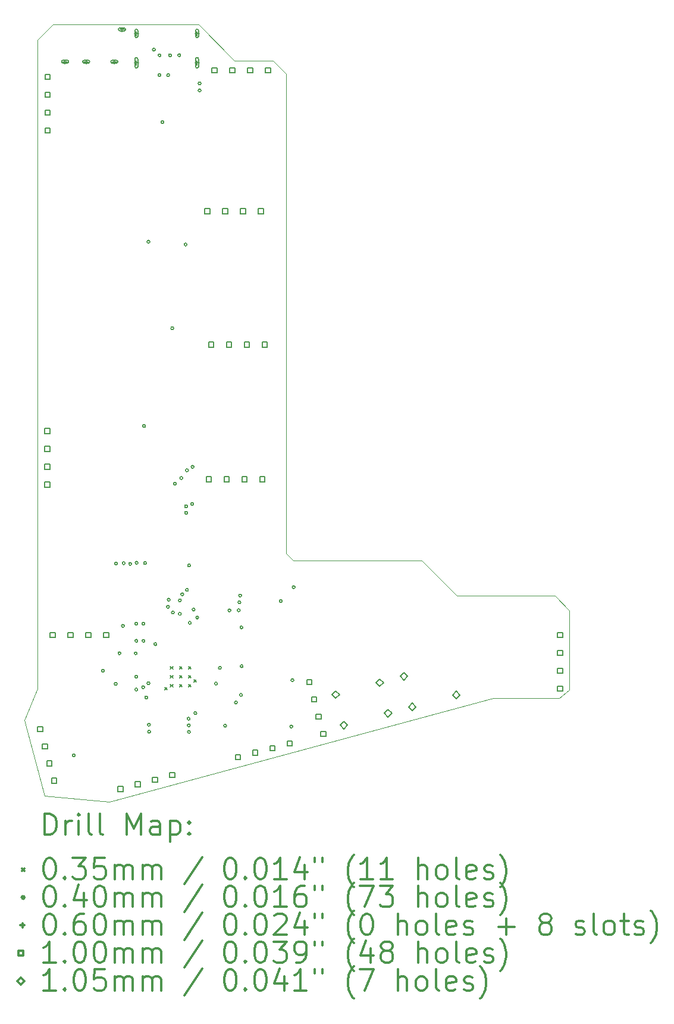
<source format=gbr>
%FSLAX45Y45*%
G04 Gerber Fmt 4.5, Leading zero omitted, Abs format (unit mm)*
G04 Created by KiCad (PCBNEW (5.1.4)-1) date 2023-09-09 05:33:11*
%MOMM*%
%LPD*%
G04 APERTURE LIST*
%ADD10C,0.050000*%
%ADD11C,0.200000*%
%ADD12C,0.300000*%
G04 APERTURE END LIST*
D10*
X18940000Y-43950000D02*
X19040000Y-44050000D01*
X22770000Y-44550000D02*
X22971202Y-44760000D01*
X18941203Y-37356032D02*
X18941203Y-37136032D01*
X15402324Y-37476494D02*
X15402324Y-37256494D01*
X20870000Y-44050000D02*
X19040000Y-44050000D01*
X18207000Y-36947500D02*
X17695000Y-36435000D01*
X22770000Y-44550000D02*
X21370000Y-44550000D01*
X15402324Y-37256494D02*
X15402190Y-36650639D01*
X20870000Y-44050000D02*
X21370000Y-44550000D01*
X18752500Y-36947500D02*
X18207000Y-36947500D01*
X18752500Y-36947500D02*
X18941203Y-37136032D01*
X18941203Y-39261032D02*
X18940000Y-43950000D01*
X22971202Y-44760000D02*
X22971202Y-45891032D01*
X21911203Y-46011032D02*
X21891203Y-46011032D01*
X22971202Y-45891032D02*
X22831202Y-46011032D01*
X21911203Y-46011032D02*
X22831202Y-46011032D01*
X17695000Y-36435000D02*
X15621203Y-36436032D01*
X18941203Y-39261032D02*
X18941203Y-37356032D01*
X21891203Y-46011032D02*
X16430391Y-47480918D01*
X15402324Y-37476494D02*
X15402324Y-39381494D01*
X15400249Y-45873435D02*
X15401485Y-45141609D01*
X15401485Y-45141609D02*
X15400903Y-45039647D01*
X15508251Y-47394663D02*
X16430391Y-47480918D01*
X15508251Y-47394663D02*
X15220438Y-46318483D01*
X15399750Y-43338677D02*
X15400903Y-45039647D01*
X15402324Y-39381494D02*
X15399750Y-43338677D01*
X15402190Y-36650639D02*
X15621203Y-36436032D01*
X15400249Y-45873435D02*
X15220438Y-46318483D01*
D11*
X17211500Y-45857500D02*
X17246500Y-45892500D01*
X17246500Y-45857500D02*
X17211500Y-45892500D01*
X17626500Y-45742500D02*
X17661500Y-45777500D01*
X17661500Y-45742500D02*
X17626500Y-45777500D01*
X17295000Y-45555000D02*
X17330000Y-45590000D01*
X17330000Y-45555000D02*
X17295000Y-45590000D01*
X17295000Y-45682500D02*
X17330000Y-45717500D01*
X17330000Y-45682500D02*
X17295000Y-45717500D01*
X17295000Y-45810000D02*
X17330000Y-45845000D01*
X17330000Y-45810000D02*
X17295000Y-45845000D01*
X17422500Y-45555000D02*
X17457500Y-45590000D01*
X17457500Y-45555000D02*
X17422500Y-45590000D01*
X17422500Y-45682500D02*
X17457500Y-45717500D01*
X17457500Y-45682500D02*
X17422500Y-45717500D01*
X17422500Y-45810000D02*
X17457500Y-45845000D01*
X17457500Y-45810000D02*
X17422500Y-45845000D01*
X17550000Y-45555000D02*
X17585000Y-45590000D01*
X17585000Y-45555000D02*
X17550000Y-45590000D01*
X17550000Y-45682500D02*
X17585000Y-45717500D01*
X17585000Y-45682500D02*
X17550000Y-45717500D01*
X17550000Y-45810000D02*
X17585000Y-45845000D01*
X17585000Y-45810000D02*
X17550000Y-45845000D01*
X15938000Y-46821000D02*
G75*
G03X15938000Y-46821000I-20000J0D01*
G01*
X16355000Y-45617000D02*
G75*
G03X16355000Y-45617000I-20000J0D01*
G01*
X16537000Y-45804000D02*
G75*
G03X16537000Y-45804000I-20000J0D01*
G01*
X16540000Y-44095402D02*
G75*
G03X16540000Y-44095402I-20000J0D01*
G01*
X16590000Y-45370000D02*
G75*
G03X16590000Y-45370000I-20000J0D01*
G01*
X16640000Y-44980000D02*
G75*
G03X16640000Y-44980000I-20000J0D01*
G01*
X16650445Y-44089673D02*
G75*
G03X16650445Y-44089673I-20000J0D01*
G01*
X16742581Y-44099895D02*
G75*
G03X16742581Y-44099895I-20000J0D01*
G01*
X16820000Y-45370000D02*
G75*
G03X16820000Y-45370000I-20000J0D01*
G01*
X16827299Y-44950001D02*
G75*
G03X16827299Y-44950001I-20000J0D01*
G01*
X16829000Y-45702700D02*
G75*
G03X16829000Y-45702700I-20000J0D01*
G01*
X16829000Y-45885000D02*
G75*
G03X16829000Y-45885000I-20000J0D01*
G01*
X16830000Y-45192300D02*
G75*
G03X16830000Y-45192300I-20000J0D01*
G01*
X16833857Y-44083699D02*
G75*
G03X16833857Y-44083699I-20000J0D01*
G01*
X16928000Y-45853000D02*
G75*
G03X16928000Y-45853000I-20000J0D01*
G01*
X16930000Y-44950001D02*
G75*
G03X16930000Y-44950001I-20000J0D01*
G01*
X16930000Y-45192300D02*
G75*
G03X16930000Y-45192300I-20000J0D01*
G01*
X16939600Y-42140000D02*
G75*
G03X16939600Y-42140000I-20000J0D01*
G01*
X16953570Y-44086201D02*
G75*
G03X16953570Y-44086201I-20000J0D01*
G01*
X16971000Y-45998000D02*
G75*
G03X16971000Y-45998000I-20000J0D01*
G01*
X17002300Y-39520000D02*
G75*
G03X17002300Y-39520000I-20000J0D01*
G01*
X17002404Y-45796705D02*
G75*
G03X17002404Y-45796705I-20000J0D01*
G01*
X17009000Y-46385000D02*
G75*
G03X17009000Y-46385000I-20000J0D01*
G01*
X17012000Y-46485000D02*
G75*
G03X17012000Y-46485000I-20000J0D01*
G01*
X17080000Y-36790000D02*
G75*
G03X17080000Y-36790000I-20000J0D01*
G01*
X17100000Y-45240000D02*
G75*
G03X17100000Y-45240000I-20000J0D01*
G01*
X17160000Y-36870000D02*
G75*
G03X17160000Y-36870000I-20000J0D01*
G01*
X17160000Y-37152299D02*
G75*
G03X17160000Y-37152299I-20000J0D01*
G01*
X17200000Y-37820000D02*
G75*
G03X17200000Y-37820000I-20000J0D01*
G01*
X17280000Y-44710000D02*
G75*
G03X17280000Y-44710000I-20000J0D01*
G01*
X17282701Y-37152299D02*
G75*
G03X17282701Y-37152299I-20000J0D01*
G01*
X17291189Y-44608706D02*
G75*
G03X17291189Y-44608706I-20000J0D01*
G01*
X17309999Y-36870000D02*
G75*
G03X17309999Y-36870000I-20000J0D01*
G01*
X17341897Y-40750000D02*
G75*
G03X17341897Y-40750000I-20000J0D01*
G01*
X17350000Y-44790000D02*
G75*
G03X17350000Y-44790000I-20000J0D01*
G01*
X17380000Y-42960000D02*
G75*
G03X17380000Y-42960000I-20000J0D01*
G01*
X17440000Y-36870000D02*
G75*
G03X17440000Y-36870000I-20000J0D01*
G01*
X17449291Y-44618576D02*
G75*
G03X17449291Y-44618576I-20000J0D01*
G01*
X17450000Y-44809379D02*
G75*
G03X17450000Y-44809379I-20000J0D01*
G01*
X17470000Y-42880000D02*
G75*
G03X17470000Y-42880000I-20000J0D01*
G01*
X17482211Y-44531917D02*
G75*
G03X17482211Y-44531917I-20000J0D01*
G01*
X17530000Y-39560000D02*
G75*
G03X17530000Y-39560000I-20000J0D01*
G01*
X17537815Y-43281598D02*
G75*
G03X17537815Y-43281598I-20000J0D01*
G01*
X17537815Y-43374299D02*
G75*
G03X17537815Y-43374299I-20000J0D01*
G01*
X17550000Y-42770000D02*
G75*
G03X17550000Y-42770000I-20000J0D01*
G01*
X17550051Y-44468740D02*
G75*
G03X17550051Y-44468740I-20000J0D01*
G01*
X17573000Y-46301000D02*
G75*
G03X17573000Y-46301000I-20000J0D01*
G01*
X17576054Y-46393650D02*
G75*
G03X17576054Y-46393650I-20000J0D01*
G01*
X17578244Y-46486324D02*
G75*
G03X17578244Y-46486324I-20000J0D01*
G01*
X17580000Y-44120000D02*
G75*
G03X17580000Y-44120000I-20000J0D01*
G01*
X17591000Y-44937996D02*
G75*
G03X17591000Y-44937996I-20000J0D01*
G01*
X17623972Y-43247386D02*
G75*
G03X17623972Y-43247386I-20000J0D01*
G01*
X17630000Y-42720000D02*
G75*
G03X17630000Y-42720000I-20000J0D01*
G01*
X17644800Y-44748908D02*
G75*
G03X17644800Y-44748908I-20000J0D01*
G01*
X17669590Y-46220121D02*
G75*
G03X17669590Y-46220121I-20000J0D01*
G01*
X17696000Y-44861000D02*
G75*
G03X17696000Y-44861000I-20000J0D01*
G01*
X17730000Y-37270000D02*
G75*
G03X17730000Y-37270000I-20000J0D01*
G01*
X17730000Y-37370000D02*
G75*
G03X17730000Y-37370000I-20000J0D01*
G01*
X17963000Y-45801000D02*
G75*
G03X17963000Y-45801000I-20000J0D01*
G01*
X18019164Y-45577300D02*
G75*
G03X18019164Y-45577300I-20000J0D01*
G01*
X18094000Y-46400000D02*
G75*
G03X18094000Y-46400000I-20000J0D01*
G01*
X18155000Y-44760000D02*
G75*
G03X18155000Y-44760000I-20000J0D01*
G01*
X18247000Y-46071000D02*
G75*
G03X18247000Y-46071000I-20000J0D01*
G01*
X18287701Y-44758694D02*
G75*
G03X18287701Y-44758694I-20000J0D01*
G01*
X18296000Y-44645701D02*
G75*
G03X18296000Y-44645701I-20000J0D01*
G01*
X18307701Y-44549604D02*
G75*
G03X18307701Y-44549604I-20000J0D01*
G01*
X18319000Y-45962000D02*
G75*
G03X18319000Y-45962000I-20000J0D01*
G01*
X18326000Y-45003000D02*
G75*
G03X18326000Y-45003000I-20000J0D01*
G01*
X18328000Y-45553000D02*
G75*
G03X18328000Y-45553000I-20000J0D01*
G01*
X18886057Y-44629943D02*
G75*
G03X18886057Y-44629943I-20000J0D01*
G01*
X19036000Y-46412000D02*
G75*
G03X19036000Y-46412000I-20000J0D01*
G01*
X19050804Y-45752000D02*
G75*
G03X19050804Y-45752000I-20000J0D01*
G01*
X19070000Y-44430000D02*
G75*
G03X19070000Y-44430000I-20000J0D01*
G01*
X16810000Y-36530000D02*
X16810000Y-36590000D01*
X16780000Y-36560000D02*
X16840000Y-36560000D01*
X16790000Y-36520000D02*
X16790000Y-36600000D01*
X16830000Y-36520000D02*
X16830000Y-36600000D01*
X16790000Y-36600000D02*
G75*
G03X16830000Y-36600000I20000J0D01*
G01*
X16830000Y-36520000D02*
G75*
G03X16790000Y-36520000I-20000J0D01*
G01*
X16810000Y-36947000D02*
X16810000Y-37007000D01*
X16780000Y-36977000D02*
X16840000Y-36977000D01*
X16790000Y-36922000D02*
X16790000Y-37032000D01*
X16830000Y-36922000D02*
X16830000Y-37032000D01*
X16790000Y-37032000D02*
G75*
G03X16830000Y-37032000I20000J0D01*
G01*
X16830000Y-36922000D02*
G75*
G03X16790000Y-36922000I-20000J0D01*
G01*
X17674000Y-36530000D02*
X17674000Y-36590000D01*
X17644000Y-36560000D02*
X17704000Y-36560000D01*
X17654000Y-36520000D02*
X17654000Y-36600000D01*
X17694000Y-36520000D02*
X17694000Y-36600000D01*
X17654000Y-36600000D02*
G75*
G03X17694000Y-36600000I20000J0D01*
G01*
X17694000Y-36520000D02*
G75*
G03X17654000Y-36520000I-20000J0D01*
G01*
X17674000Y-36947000D02*
X17674000Y-37007000D01*
X17644000Y-36977000D02*
X17704000Y-36977000D01*
X17654000Y-36922000D02*
X17654000Y-37032000D01*
X17694000Y-36922000D02*
X17694000Y-37032000D01*
X17654000Y-37032000D02*
G75*
G03X17694000Y-37032000I20000J0D01*
G01*
X17694000Y-36922000D02*
G75*
G03X17654000Y-36922000I-20000J0D01*
G01*
X15796000Y-36932000D02*
X15796000Y-36992000D01*
X15766000Y-36962000D02*
X15826000Y-36962000D01*
X15766000Y-36982000D02*
X15826000Y-36982000D01*
X15766000Y-36942000D02*
X15826000Y-36942000D01*
X15826000Y-36982000D02*
G75*
G03X15826000Y-36942000I0J20000D01*
G01*
X15766000Y-36942000D02*
G75*
G03X15766000Y-36982000I0J-20000D01*
G01*
X16096000Y-36932000D02*
X16096000Y-36992000D01*
X16066000Y-36962000D02*
X16126000Y-36962000D01*
X16066000Y-36982000D02*
X16126000Y-36982000D01*
X16066000Y-36942000D02*
X16126000Y-36942000D01*
X16126000Y-36982000D02*
G75*
G03X16126000Y-36942000I0J20000D01*
G01*
X16066000Y-36942000D02*
G75*
G03X16066000Y-36982000I0J-20000D01*
G01*
X16496000Y-36932000D02*
X16496000Y-36992000D01*
X16466000Y-36962000D02*
X16526000Y-36962000D01*
X16466000Y-36982000D02*
X16526000Y-36982000D01*
X16466000Y-36942000D02*
X16526000Y-36942000D01*
X16526000Y-36982000D02*
G75*
G03X16526000Y-36942000I0J20000D01*
G01*
X16466000Y-36942000D02*
G75*
G03X16466000Y-36982000I0J-20000D01*
G01*
X16606000Y-36472000D02*
X16606000Y-36532000D01*
X16576000Y-36502000D02*
X16636000Y-36502000D01*
X16576000Y-36522000D02*
X16636000Y-36522000D01*
X16576000Y-36482000D02*
X16636000Y-36482000D01*
X16636000Y-36522000D02*
G75*
G03X16636000Y-36482000I0J20000D01*
G01*
X16576000Y-36482000D02*
G75*
G03X16576000Y-36522000I0J-20000D01*
G01*
X19307998Y-45816146D02*
X19307998Y-45745435D01*
X19237287Y-45745435D01*
X19237287Y-45816146D01*
X19307998Y-45816146D01*
X19373738Y-46061491D02*
X19373738Y-45990780D01*
X19303027Y-45990780D01*
X19303027Y-46061491D01*
X19373738Y-46061491D01*
X19439478Y-46306836D02*
X19439478Y-46236125D01*
X19368767Y-46236125D01*
X19368767Y-46306836D01*
X19439478Y-46306836D01*
X19505218Y-46552181D02*
X19505218Y-46481470D01*
X19434507Y-46481470D01*
X19434507Y-46552181D01*
X19505218Y-46552181D01*
X15581228Y-37211435D02*
X15581228Y-37140724D01*
X15510517Y-37140724D01*
X15510517Y-37211435D01*
X15581228Y-37211435D01*
X15581228Y-37465435D02*
X15581228Y-37394724D01*
X15510517Y-37394724D01*
X15510517Y-37465435D01*
X15581228Y-37465435D01*
X15581228Y-37719435D02*
X15581228Y-37648724D01*
X15510517Y-37648724D01*
X15510517Y-37719435D01*
X15581228Y-37719435D01*
X15581228Y-37973435D02*
X15581228Y-37902724D01*
X15510517Y-37902724D01*
X15510517Y-37973435D01*
X15581228Y-37973435D01*
X22876558Y-45146388D02*
X22876558Y-45075676D01*
X22805847Y-45075676D01*
X22805847Y-45146388D01*
X22876558Y-45146388D01*
X22876558Y-45400388D02*
X22876558Y-45329676D01*
X22805847Y-45329676D01*
X22805847Y-45400388D01*
X22876558Y-45400388D01*
X22876558Y-45654388D02*
X22876558Y-45583676D01*
X22805847Y-45583676D01*
X22805847Y-45654388D01*
X22876558Y-45654388D01*
X22876558Y-45908388D02*
X22876558Y-45837676D01*
X22805847Y-45837676D01*
X22805847Y-45908388D01*
X22876558Y-45908388D01*
X17956356Y-37121356D02*
X17956356Y-37050644D01*
X17885644Y-37050644D01*
X17885644Y-37121356D01*
X17956356Y-37121356D01*
X18210356Y-37121356D02*
X18210356Y-37050644D01*
X18139644Y-37050644D01*
X18139644Y-37121356D01*
X18210356Y-37121356D01*
X18464356Y-37121356D02*
X18464356Y-37050644D01*
X18393644Y-37050644D01*
X18393644Y-37121356D01*
X18464356Y-37121356D01*
X18718356Y-37121356D02*
X18718356Y-37050644D01*
X18647644Y-37050644D01*
X18647644Y-37121356D01*
X18718356Y-37121356D01*
X15654948Y-45143853D02*
X15654948Y-45073141D01*
X15584236Y-45073141D01*
X15584236Y-45143853D01*
X15654948Y-45143853D01*
X15908948Y-45143853D02*
X15908948Y-45073141D01*
X15838236Y-45073141D01*
X15838236Y-45143853D01*
X15908948Y-45143853D01*
X16162948Y-45143853D02*
X16162948Y-45073141D01*
X16092236Y-45073141D01*
X16092236Y-45143853D01*
X16162948Y-45143853D01*
X16416948Y-45143853D02*
X16416948Y-45073141D01*
X16346236Y-45073141D01*
X16346236Y-45143853D01*
X16416948Y-45143853D01*
X17879028Y-42931140D02*
X17879028Y-42860429D01*
X17808317Y-42860429D01*
X17808317Y-42931140D01*
X17879028Y-42931140D01*
X18133028Y-42931140D02*
X18133028Y-42860429D01*
X18062317Y-42860429D01*
X18062317Y-42931140D01*
X18133028Y-42931140D01*
X18387028Y-42931140D02*
X18387028Y-42860429D01*
X18316317Y-42860429D01*
X18316317Y-42931140D01*
X18387028Y-42931140D01*
X18641028Y-42931140D02*
X18641028Y-42860429D01*
X18570317Y-42860429D01*
X18570317Y-42931140D01*
X18641028Y-42931140D01*
X17909257Y-41019557D02*
X17909257Y-40948845D01*
X17838546Y-40948845D01*
X17838546Y-41019557D01*
X17909257Y-41019557D01*
X18163257Y-41019557D02*
X18163257Y-40948845D01*
X18092546Y-40948845D01*
X18092546Y-41019557D01*
X18163257Y-41019557D01*
X18417257Y-41019557D02*
X18417257Y-40948845D01*
X18346546Y-40948845D01*
X18346546Y-41019557D01*
X18417257Y-41019557D01*
X18671257Y-41019557D02*
X18671257Y-40948845D01*
X18600546Y-40948845D01*
X18600546Y-41019557D01*
X18671257Y-41019557D01*
X18290523Y-46883608D02*
X18290523Y-46812897D01*
X18219811Y-46812897D01*
X18219811Y-46883608D01*
X18290523Y-46883608D01*
X18535868Y-46817868D02*
X18535868Y-46747157D01*
X18465156Y-46747157D01*
X18465156Y-46817868D01*
X18535868Y-46817868D01*
X18781213Y-46752128D02*
X18781213Y-46681417D01*
X18710502Y-46681417D01*
X18710502Y-46752128D01*
X18781213Y-46752128D01*
X19026558Y-46686388D02*
X19026558Y-46615677D01*
X18955847Y-46615677D01*
X18955847Y-46686388D01*
X19026558Y-46686388D01*
X15477249Y-46480818D02*
X15477249Y-46410107D01*
X15406537Y-46410107D01*
X15406537Y-46480818D01*
X15477249Y-46480818D01*
X15542989Y-46726163D02*
X15542989Y-46655452D01*
X15472277Y-46655452D01*
X15472277Y-46726163D01*
X15542989Y-46726163D01*
X15608729Y-46971508D02*
X15608729Y-46900797D01*
X15538017Y-46900797D01*
X15538017Y-46971508D01*
X15608729Y-46971508D01*
X15674469Y-47216853D02*
X15674469Y-47146142D01*
X15603757Y-47146142D01*
X15603757Y-47216853D01*
X15674469Y-47216853D01*
X17856558Y-39121388D02*
X17856558Y-39050677D01*
X17785847Y-39050677D01*
X17785847Y-39121388D01*
X17856558Y-39121388D01*
X18110558Y-39121388D02*
X18110558Y-39050677D01*
X18039847Y-39050677D01*
X18039847Y-39121388D01*
X18110558Y-39121388D01*
X18364558Y-39121388D02*
X18364558Y-39050677D01*
X18293847Y-39050677D01*
X18293847Y-39121388D01*
X18364558Y-39121388D01*
X18618558Y-39121388D02*
X18618558Y-39050677D01*
X18547847Y-39050677D01*
X18547847Y-39121388D01*
X18618558Y-39121388D01*
X16620523Y-47333608D02*
X16620523Y-47262897D01*
X16549811Y-47262897D01*
X16549811Y-47333608D01*
X16620523Y-47333608D01*
X16865868Y-47267868D02*
X16865868Y-47197157D01*
X16795157Y-47197157D01*
X16795157Y-47267868D01*
X16865868Y-47267868D01*
X17111213Y-47202128D02*
X17111213Y-47131416D01*
X17040502Y-47131416D01*
X17040502Y-47202128D01*
X17111213Y-47202128D01*
X17356558Y-47136388D02*
X17356558Y-47065676D01*
X17285847Y-47065676D01*
X17285847Y-47136388D01*
X17356558Y-47136388D01*
X15576558Y-42246384D02*
X15576558Y-42175672D01*
X15505846Y-42175672D01*
X15505846Y-42246384D01*
X15576558Y-42246384D01*
X15576558Y-42500384D02*
X15576558Y-42429672D01*
X15505846Y-42429672D01*
X15505846Y-42500384D01*
X15576558Y-42500384D01*
X15576558Y-42754384D02*
X15576558Y-42683672D01*
X15505846Y-42683672D01*
X15505846Y-42754384D01*
X15576558Y-42754384D01*
X15576558Y-43008384D02*
X15576558Y-42937672D01*
X15505846Y-42937672D01*
X15505846Y-43008384D01*
X15576558Y-43008384D01*
X19647608Y-46009933D02*
X19700108Y-45957433D01*
X19647608Y-45904933D01*
X19595108Y-45957433D01*
X19647608Y-46009933D01*
X19764835Y-46444395D02*
X19817335Y-46391895D01*
X19764835Y-46339395D01*
X19712335Y-46391895D01*
X19764835Y-46444395D01*
X20275165Y-45840605D02*
X20327665Y-45788105D01*
X20275165Y-45735605D01*
X20222665Y-45788105D01*
X20275165Y-45840605D01*
X20392392Y-46275067D02*
X20444892Y-46222567D01*
X20392392Y-46170067D01*
X20339892Y-46222567D01*
X20392392Y-46275067D01*
X20617608Y-45749933D02*
X20670108Y-45697433D01*
X20617608Y-45644933D01*
X20565108Y-45697433D01*
X20617608Y-45749933D01*
X20734835Y-46184395D02*
X20787335Y-46131895D01*
X20734835Y-46079395D01*
X20682335Y-46131895D01*
X20734835Y-46184395D01*
X21362392Y-46015067D02*
X21414892Y-45962567D01*
X21362392Y-45910067D01*
X21309892Y-45962567D01*
X21362392Y-46015067D01*
D12*
X15504366Y-47949133D02*
X15504366Y-47649133D01*
X15575795Y-47649133D01*
X15618652Y-47663419D01*
X15647223Y-47691990D01*
X15661509Y-47720561D01*
X15675795Y-47777704D01*
X15675795Y-47820561D01*
X15661509Y-47877704D01*
X15647223Y-47906276D01*
X15618652Y-47934847D01*
X15575795Y-47949133D01*
X15504366Y-47949133D01*
X15804366Y-47949133D02*
X15804366Y-47749133D01*
X15804366Y-47806276D02*
X15818652Y-47777704D01*
X15832938Y-47763419D01*
X15861509Y-47749133D01*
X15890080Y-47749133D01*
X15990080Y-47949133D02*
X15990080Y-47749133D01*
X15990080Y-47649133D02*
X15975795Y-47663419D01*
X15990080Y-47677704D01*
X16004366Y-47663419D01*
X15990080Y-47649133D01*
X15990080Y-47677704D01*
X16175795Y-47949133D02*
X16147223Y-47934847D01*
X16132938Y-47906276D01*
X16132938Y-47649133D01*
X16332938Y-47949133D02*
X16304366Y-47934847D01*
X16290080Y-47906276D01*
X16290080Y-47649133D01*
X16675795Y-47949133D02*
X16675795Y-47649133D01*
X16775795Y-47863419D01*
X16875795Y-47649133D01*
X16875795Y-47949133D01*
X17147223Y-47949133D02*
X17147223Y-47791990D01*
X17132938Y-47763419D01*
X17104366Y-47749133D01*
X17047223Y-47749133D01*
X17018652Y-47763419D01*
X17147223Y-47934847D02*
X17118652Y-47949133D01*
X17047223Y-47949133D01*
X17018652Y-47934847D01*
X17004366Y-47906276D01*
X17004366Y-47877704D01*
X17018652Y-47849133D01*
X17047223Y-47834847D01*
X17118652Y-47834847D01*
X17147223Y-47820561D01*
X17290081Y-47749133D02*
X17290081Y-48049133D01*
X17290081Y-47763419D02*
X17318652Y-47749133D01*
X17375795Y-47749133D01*
X17404366Y-47763419D01*
X17418652Y-47777704D01*
X17432938Y-47806276D01*
X17432938Y-47891990D01*
X17418652Y-47920561D01*
X17404366Y-47934847D01*
X17375795Y-47949133D01*
X17318652Y-47949133D01*
X17290081Y-47934847D01*
X17561509Y-47920561D02*
X17575795Y-47934847D01*
X17561509Y-47949133D01*
X17547223Y-47934847D01*
X17561509Y-47920561D01*
X17561509Y-47949133D01*
X17561509Y-47763419D02*
X17575795Y-47777704D01*
X17561509Y-47791990D01*
X17547223Y-47777704D01*
X17561509Y-47763419D01*
X17561509Y-47791990D01*
X15182938Y-48425919D02*
X15217938Y-48460919D01*
X15217938Y-48425919D02*
X15182938Y-48460919D01*
X15561509Y-48279133D02*
X15590080Y-48279133D01*
X15618652Y-48293419D01*
X15632938Y-48307704D01*
X15647223Y-48336276D01*
X15661509Y-48393419D01*
X15661509Y-48464847D01*
X15647223Y-48521990D01*
X15632938Y-48550561D01*
X15618652Y-48564847D01*
X15590080Y-48579133D01*
X15561509Y-48579133D01*
X15532938Y-48564847D01*
X15518652Y-48550561D01*
X15504366Y-48521990D01*
X15490080Y-48464847D01*
X15490080Y-48393419D01*
X15504366Y-48336276D01*
X15518652Y-48307704D01*
X15532938Y-48293419D01*
X15561509Y-48279133D01*
X15790080Y-48550561D02*
X15804366Y-48564847D01*
X15790080Y-48579133D01*
X15775795Y-48564847D01*
X15790080Y-48550561D01*
X15790080Y-48579133D01*
X15904366Y-48279133D02*
X16090080Y-48279133D01*
X15990080Y-48393419D01*
X16032938Y-48393419D01*
X16061509Y-48407704D01*
X16075795Y-48421990D01*
X16090080Y-48450561D01*
X16090080Y-48521990D01*
X16075795Y-48550561D01*
X16061509Y-48564847D01*
X16032938Y-48579133D01*
X15947223Y-48579133D01*
X15918652Y-48564847D01*
X15904366Y-48550561D01*
X16361509Y-48279133D02*
X16218652Y-48279133D01*
X16204366Y-48421990D01*
X16218652Y-48407704D01*
X16247223Y-48393419D01*
X16318652Y-48393419D01*
X16347223Y-48407704D01*
X16361509Y-48421990D01*
X16375795Y-48450561D01*
X16375795Y-48521990D01*
X16361509Y-48550561D01*
X16347223Y-48564847D01*
X16318652Y-48579133D01*
X16247223Y-48579133D01*
X16218652Y-48564847D01*
X16204366Y-48550561D01*
X16504366Y-48579133D02*
X16504366Y-48379133D01*
X16504366Y-48407704D02*
X16518652Y-48393419D01*
X16547223Y-48379133D01*
X16590080Y-48379133D01*
X16618652Y-48393419D01*
X16632938Y-48421990D01*
X16632938Y-48579133D01*
X16632938Y-48421990D02*
X16647223Y-48393419D01*
X16675795Y-48379133D01*
X16718652Y-48379133D01*
X16747223Y-48393419D01*
X16761509Y-48421990D01*
X16761509Y-48579133D01*
X16904366Y-48579133D02*
X16904366Y-48379133D01*
X16904366Y-48407704D02*
X16918652Y-48393419D01*
X16947223Y-48379133D01*
X16990081Y-48379133D01*
X17018652Y-48393419D01*
X17032938Y-48421990D01*
X17032938Y-48579133D01*
X17032938Y-48421990D02*
X17047223Y-48393419D01*
X17075795Y-48379133D01*
X17118652Y-48379133D01*
X17147223Y-48393419D01*
X17161509Y-48421990D01*
X17161509Y-48579133D01*
X17747223Y-48264847D02*
X17490081Y-48650561D01*
X18132938Y-48279133D02*
X18161509Y-48279133D01*
X18190081Y-48293419D01*
X18204366Y-48307704D01*
X18218652Y-48336276D01*
X18232938Y-48393419D01*
X18232938Y-48464847D01*
X18218652Y-48521990D01*
X18204366Y-48550561D01*
X18190081Y-48564847D01*
X18161509Y-48579133D01*
X18132938Y-48579133D01*
X18104366Y-48564847D01*
X18090081Y-48550561D01*
X18075795Y-48521990D01*
X18061509Y-48464847D01*
X18061509Y-48393419D01*
X18075795Y-48336276D01*
X18090081Y-48307704D01*
X18104366Y-48293419D01*
X18132938Y-48279133D01*
X18361509Y-48550561D02*
X18375795Y-48564847D01*
X18361509Y-48579133D01*
X18347223Y-48564847D01*
X18361509Y-48550561D01*
X18361509Y-48579133D01*
X18561509Y-48279133D02*
X18590081Y-48279133D01*
X18618652Y-48293419D01*
X18632938Y-48307704D01*
X18647223Y-48336276D01*
X18661509Y-48393419D01*
X18661509Y-48464847D01*
X18647223Y-48521990D01*
X18632938Y-48550561D01*
X18618652Y-48564847D01*
X18590081Y-48579133D01*
X18561509Y-48579133D01*
X18532938Y-48564847D01*
X18518652Y-48550561D01*
X18504366Y-48521990D01*
X18490081Y-48464847D01*
X18490081Y-48393419D01*
X18504366Y-48336276D01*
X18518652Y-48307704D01*
X18532938Y-48293419D01*
X18561509Y-48279133D01*
X18947223Y-48579133D02*
X18775795Y-48579133D01*
X18861509Y-48579133D02*
X18861509Y-48279133D01*
X18832938Y-48321990D01*
X18804366Y-48350561D01*
X18775795Y-48364847D01*
X19204366Y-48379133D02*
X19204366Y-48579133D01*
X19132938Y-48264847D02*
X19061509Y-48479133D01*
X19247223Y-48479133D01*
X19347223Y-48279133D02*
X19347223Y-48336276D01*
X19461509Y-48279133D02*
X19461509Y-48336276D01*
X19904366Y-48693419D02*
X19890081Y-48679133D01*
X19861509Y-48636276D01*
X19847223Y-48607704D01*
X19832938Y-48564847D01*
X19818652Y-48493419D01*
X19818652Y-48436276D01*
X19832938Y-48364847D01*
X19847223Y-48321990D01*
X19861509Y-48293419D01*
X19890081Y-48250561D01*
X19904366Y-48236276D01*
X20175795Y-48579133D02*
X20004366Y-48579133D01*
X20090081Y-48579133D02*
X20090081Y-48279133D01*
X20061509Y-48321990D01*
X20032938Y-48350561D01*
X20004366Y-48364847D01*
X20461509Y-48579133D02*
X20290081Y-48579133D01*
X20375795Y-48579133D02*
X20375795Y-48279133D01*
X20347223Y-48321990D01*
X20318652Y-48350561D01*
X20290081Y-48364847D01*
X20818652Y-48579133D02*
X20818652Y-48279133D01*
X20947223Y-48579133D02*
X20947223Y-48421990D01*
X20932938Y-48393419D01*
X20904366Y-48379133D01*
X20861509Y-48379133D01*
X20832938Y-48393419D01*
X20818652Y-48407704D01*
X21132938Y-48579133D02*
X21104366Y-48564847D01*
X21090081Y-48550561D01*
X21075795Y-48521990D01*
X21075795Y-48436276D01*
X21090081Y-48407704D01*
X21104366Y-48393419D01*
X21132938Y-48379133D01*
X21175795Y-48379133D01*
X21204366Y-48393419D01*
X21218652Y-48407704D01*
X21232938Y-48436276D01*
X21232938Y-48521990D01*
X21218652Y-48550561D01*
X21204366Y-48564847D01*
X21175795Y-48579133D01*
X21132938Y-48579133D01*
X21404366Y-48579133D02*
X21375795Y-48564847D01*
X21361509Y-48536276D01*
X21361509Y-48279133D01*
X21632938Y-48564847D02*
X21604366Y-48579133D01*
X21547223Y-48579133D01*
X21518652Y-48564847D01*
X21504366Y-48536276D01*
X21504366Y-48421990D01*
X21518652Y-48393419D01*
X21547223Y-48379133D01*
X21604366Y-48379133D01*
X21632938Y-48393419D01*
X21647223Y-48421990D01*
X21647223Y-48450561D01*
X21504366Y-48479133D01*
X21761509Y-48564847D02*
X21790081Y-48579133D01*
X21847223Y-48579133D01*
X21875795Y-48564847D01*
X21890081Y-48536276D01*
X21890081Y-48521990D01*
X21875795Y-48493419D01*
X21847223Y-48479133D01*
X21804366Y-48479133D01*
X21775795Y-48464847D01*
X21761509Y-48436276D01*
X21761509Y-48421990D01*
X21775795Y-48393419D01*
X21804366Y-48379133D01*
X21847223Y-48379133D01*
X21875795Y-48393419D01*
X21990081Y-48693419D02*
X22004366Y-48679133D01*
X22032938Y-48636276D01*
X22047223Y-48607704D01*
X22061509Y-48564847D01*
X22075795Y-48493419D01*
X22075795Y-48436276D01*
X22061509Y-48364847D01*
X22047223Y-48321990D01*
X22032938Y-48293419D01*
X22004366Y-48250561D01*
X21990081Y-48236276D01*
X15217938Y-48839419D02*
G75*
G03X15217938Y-48839419I-20000J0D01*
G01*
X15561509Y-48675133D02*
X15590080Y-48675133D01*
X15618652Y-48689419D01*
X15632938Y-48703704D01*
X15647223Y-48732276D01*
X15661509Y-48789419D01*
X15661509Y-48860847D01*
X15647223Y-48917990D01*
X15632938Y-48946561D01*
X15618652Y-48960847D01*
X15590080Y-48975133D01*
X15561509Y-48975133D01*
X15532938Y-48960847D01*
X15518652Y-48946561D01*
X15504366Y-48917990D01*
X15490080Y-48860847D01*
X15490080Y-48789419D01*
X15504366Y-48732276D01*
X15518652Y-48703704D01*
X15532938Y-48689419D01*
X15561509Y-48675133D01*
X15790080Y-48946561D02*
X15804366Y-48960847D01*
X15790080Y-48975133D01*
X15775795Y-48960847D01*
X15790080Y-48946561D01*
X15790080Y-48975133D01*
X16061509Y-48775133D02*
X16061509Y-48975133D01*
X15990080Y-48660847D02*
X15918652Y-48875133D01*
X16104366Y-48875133D01*
X16275795Y-48675133D02*
X16304366Y-48675133D01*
X16332938Y-48689419D01*
X16347223Y-48703704D01*
X16361509Y-48732276D01*
X16375795Y-48789419D01*
X16375795Y-48860847D01*
X16361509Y-48917990D01*
X16347223Y-48946561D01*
X16332938Y-48960847D01*
X16304366Y-48975133D01*
X16275795Y-48975133D01*
X16247223Y-48960847D01*
X16232938Y-48946561D01*
X16218652Y-48917990D01*
X16204366Y-48860847D01*
X16204366Y-48789419D01*
X16218652Y-48732276D01*
X16232938Y-48703704D01*
X16247223Y-48689419D01*
X16275795Y-48675133D01*
X16504366Y-48975133D02*
X16504366Y-48775133D01*
X16504366Y-48803704D02*
X16518652Y-48789419D01*
X16547223Y-48775133D01*
X16590080Y-48775133D01*
X16618652Y-48789419D01*
X16632938Y-48817990D01*
X16632938Y-48975133D01*
X16632938Y-48817990D02*
X16647223Y-48789419D01*
X16675795Y-48775133D01*
X16718652Y-48775133D01*
X16747223Y-48789419D01*
X16761509Y-48817990D01*
X16761509Y-48975133D01*
X16904366Y-48975133D02*
X16904366Y-48775133D01*
X16904366Y-48803704D02*
X16918652Y-48789419D01*
X16947223Y-48775133D01*
X16990081Y-48775133D01*
X17018652Y-48789419D01*
X17032938Y-48817990D01*
X17032938Y-48975133D01*
X17032938Y-48817990D02*
X17047223Y-48789419D01*
X17075795Y-48775133D01*
X17118652Y-48775133D01*
X17147223Y-48789419D01*
X17161509Y-48817990D01*
X17161509Y-48975133D01*
X17747223Y-48660847D02*
X17490081Y-49046561D01*
X18132938Y-48675133D02*
X18161509Y-48675133D01*
X18190081Y-48689419D01*
X18204366Y-48703704D01*
X18218652Y-48732276D01*
X18232938Y-48789419D01*
X18232938Y-48860847D01*
X18218652Y-48917990D01*
X18204366Y-48946561D01*
X18190081Y-48960847D01*
X18161509Y-48975133D01*
X18132938Y-48975133D01*
X18104366Y-48960847D01*
X18090081Y-48946561D01*
X18075795Y-48917990D01*
X18061509Y-48860847D01*
X18061509Y-48789419D01*
X18075795Y-48732276D01*
X18090081Y-48703704D01*
X18104366Y-48689419D01*
X18132938Y-48675133D01*
X18361509Y-48946561D02*
X18375795Y-48960847D01*
X18361509Y-48975133D01*
X18347223Y-48960847D01*
X18361509Y-48946561D01*
X18361509Y-48975133D01*
X18561509Y-48675133D02*
X18590081Y-48675133D01*
X18618652Y-48689419D01*
X18632938Y-48703704D01*
X18647223Y-48732276D01*
X18661509Y-48789419D01*
X18661509Y-48860847D01*
X18647223Y-48917990D01*
X18632938Y-48946561D01*
X18618652Y-48960847D01*
X18590081Y-48975133D01*
X18561509Y-48975133D01*
X18532938Y-48960847D01*
X18518652Y-48946561D01*
X18504366Y-48917990D01*
X18490081Y-48860847D01*
X18490081Y-48789419D01*
X18504366Y-48732276D01*
X18518652Y-48703704D01*
X18532938Y-48689419D01*
X18561509Y-48675133D01*
X18947223Y-48975133D02*
X18775795Y-48975133D01*
X18861509Y-48975133D02*
X18861509Y-48675133D01*
X18832938Y-48717990D01*
X18804366Y-48746561D01*
X18775795Y-48760847D01*
X19204366Y-48675133D02*
X19147223Y-48675133D01*
X19118652Y-48689419D01*
X19104366Y-48703704D01*
X19075795Y-48746561D01*
X19061509Y-48803704D01*
X19061509Y-48917990D01*
X19075795Y-48946561D01*
X19090081Y-48960847D01*
X19118652Y-48975133D01*
X19175795Y-48975133D01*
X19204366Y-48960847D01*
X19218652Y-48946561D01*
X19232938Y-48917990D01*
X19232938Y-48846561D01*
X19218652Y-48817990D01*
X19204366Y-48803704D01*
X19175795Y-48789419D01*
X19118652Y-48789419D01*
X19090081Y-48803704D01*
X19075795Y-48817990D01*
X19061509Y-48846561D01*
X19347223Y-48675133D02*
X19347223Y-48732276D01*
X19461509Y-48675133D02*
X19461509Y-48732276D01*
X19904366Y-49089419D02*
X19890081Y-49075133D01*
X19861509Y-49032276D01*
X19847223Y-49003704D01*
X19832938Y-48960847D01*
X19818652Y-48889419D01*
X19818652Y-48832276D01*
X19832938Y-48760847D01*
X19847223Y-48717990D01*
X19861509Y-48689419D01*
X19890081Y-48646561D01*
X19904366Y-48632276D01*
X19990081Y-48675133D02*
X20190081Y-48675133D01*
X20061509Y-48975133D01*
X20275795Y-48675133D02*
X20461509Y-48675133D01*
X20361509Y-48789419D01*
X20404366Y-48789419D01*
X20432938Y-48803704D01*
X20447223Y-48817990D01*
X20461509Y-48846561D01*
X20461509Y-48917990D01*
X20447223Y-48946561D01*
X20432938Y-48960847D01*
X20404366Y-48975133D01*
X20318652Y-48975133D01*
X20290081Y-48960847D01*
X20275795Y-48946561D01*
X20818652Y-48975133D02*
X20818652Y-48675133D01*
X20947223Y-48975133D02*
X20947223Y-48817990D01*
X20932938Y-48789419D01*
X20904366Y-48775133D01*
X20861509Y-48775133D01*
X20832938Y-48789419D01*
X20818652Y-48803704D01*
X21132938Y-48975133D02*
X21104366Y-48960847D01*
X21090081Y-48946561D01*
X21075795Y-48917990D01*
X21075795Y-48832276D01*
X21090081Y-48803704D01*
X21104366Y-48789419D01*
X21132938Y-48775133D01*
X21175795Y-48775133D01*
X21204366Y-48789419D01*
X21218652Y-48803704D01*
X21232938Y-48832276D01*
X21232938Y-48917990D01*
X21218652Y-48946561D01*
X21204366Y-48960847D01*
X21175795Y-48975133D01*
X21132938Y-48975133D01*
X21404366Y-48975133D02*
X21375795Y-48960847D01*
X21361509Y-48932276D01*
X21361509Y-48675133D01*
X21632938Y-48960847D02*
X21604366Y-48975133D01*
X21547223Y-48975133D01*
X21518652Y-48960847D01*
X21504366Y-48932276D01*
X21504366Y-48817990D01*
X21518652Y-48789419D01*
X21547223Y-48775133D01*
X21604366Y-48775133D01*
X21632938Y-48789419D01*
X21647223Y-48817990D01*
X21647223Y-48846561D01*
X21504366Y-48875133D01*
X21761509Y-48960847D02*
X21790081Y-48975133D01*
X21847223Y-48975133D01*
X21875795Y-48960847D01*
X21890081Y-48932276D01*
X21890081Y-48917990D01*
X21875795Y-48889419D01*
X21847223Y-48875133D01*
X21804366Y-48875133D01*
X21775795Y-48860847D01*
X21761509Y-48832276D01*
X21761509Y-48817990D01*
X21775795Y-48789419D01*
X21804366Y-48775133D01*
X21847223Y-48775133D01*
X21875795Y-48789419D01*
X21990081Y-49089419D02*
X22004366Y-49075133D01*
X22032938Y-49032276D01*
X22047223Y-49003704D01*
X22061509Y-48960847D01*
X22075795Y-48889419D01*
X22075795Y-48832276D01*
X22061509Y-48760847D01*
X22047223Y-48717990D01*
X22032938Y-48689419D01*
X22004366Y-48646561D01*
X21990081Y-48632276D01*
X15187938Y-49205419D02*
X15187938Y-49265419D01*
X15157938Y-49235419D02*
X15217938Y-49235419D01*
X15561509Y-49071133D02*
X15590080Y-49071133D01*
X15618652Y-49085419D01*
X15632938Y-49099704D01*
X15647223Y-49128276D01*
X15661509Y-49185419D01*
X15661509Y-49256847D01*
X15647223Y-49313990D01*
X15632938Y-49342561D01*
X15618652Y-49356847D01*
X15590080Y-49371133D01*
X15561509Y-49371133D01*
X15532938Y-49356847D01*
X15518652Y-49342561D01*
X15504366Y-49313990D01*
X15490080Y-49256847D01*
X15490080Y-49185419D01*
X15504366Y-49128276D01*
X15518652Y-49099704D01*
X15532938Y-49085419D01*
X15561509Y-49071133D01*
X15790080Y-49342561D02*
X15804366Y-49356847D01*
X15790080Y-49371133D01*
X15775795Y-49356847D01*
X15790080Y-49342561D01*
X15790080Y-49371133D01*
X16061509Y-49071133D02*
X16004366Y-49071133D01*
X15975795Y-49085419D01*
X15961509Y-49099704D01*
X15932938Y-49142561D01*
X15918652Y-49199704D01*
X15918652Y-49313990D01*
X15932938Y-49342561D01*
X15947223Y-49356847D01*
X15975795Y-49371133D01*
X16032938Y-49371133D01*
X16061509Y-49356847D01*
X16075795Y-49342561D01*
X16090080Y-49313990D01*
X16090080Y-49242561D01*
X16075795Y-49213990D01*
X16061509Y-49199704D01*
X16032938Y-49185419D01*
X15975795Y-49185419D01*
X15947223Y-49199704D01*
X15932938Y-49213990D01*
X15918652Y-49242561D01*
X16275795Y-49071133D02*
X16304366Y-49071133D01*
X16332938Y-49085419D01*
X16347223Y-49099704D01*
X16361509Y-49128276D01*
X16375795Y-49185419D01*
X16375795Y-49256847D01*
X16361509Y-49313990D01*
X16347223Y-49342561D01*
X16332938Y-49356847D01*
X16304366Y-49371133D01*
X16275795Y-49371133D01*
X16247223Y-49356847D01*
X16232938Y-49342561D01*
X16218652Y-49313990D01*
X16204366Y-49256847D01*
X16204366Y-49185419D01*
X16218652Y-49128276D01*
X16232938Y-49099704D01*
X16247223Y-49085419D01*
X16275795Y-49071133D01*
X16504366Y-49371133D02*
X16504366Y-49171133D01*
X16504366Y-49199704D02*
X16518652Y-49185419D01*
X16547223Y-49171133D01*
X16590080Y-49171133D01*
X16618652Y-49185419D01*
X16632938Y-49213990D01*
X16632938Y-49371133D01*
X16632938Y-49213990D02*
X16647223Y-49185419D01*
X16675795Y-49171133D01*
X16718652Y-49171133D01*
X16747223Y-49185419D01*
X16761509Y-49213990D01*
X16761509Y-49371133D01*
X16904366Y-49371133D02*
X16904366Y-49171133D01*
X16904366Y-49199704D02*
X16918652Y-49185419D01*
X16947223Y-49171133D01*
X16990081Y-49171133D01*
X17018652Y-49185419D01*
X17032938Y-49213990D01*
X17032938Y-49371133D01*
X17032938Y-49213990D02*
X17047223Y-49185419D01*
X17075795Y-49171133D01*
X17118652Y-49171133D01*
X17147223Y-49185419D01*
X17161509Y-49213990D01*
X17161509Y-49371133D01*
X17747223Y-49056847D02*
X17490081Y-49442561D01*
X18132938Y-49071133D02*
X18161509Y-49071133D01*
X18190081Y-49085419D01*
X18204366Y-49099704D01*
X18218652Y-49128276D01*
X18232938Y-49185419D01*
X18232938Y-49256847D01*
X18218652Y-49313990D01*
X18204366Y-49342561D01*
X18190081Y-49356847D01*
X18161509Y-49371133D01*
X18132938Y-49371133D01*
X18104366Y-49356847D01*
X18090081Y-49342561D01*
X18075795Y-49313990D01*
X18061509Y-49256847D01*
X18061509Y-49185419D01*
X18075795Y-49128276D01*
X18090081Y-49099704D01*
X18104366Y-49085419D01*
X18132938Y-49071133D01*
X18361509Y-49342561D02*
X18375795Y-49356847D01*
X18361509Y-49371133D01*
X18347223Y-49356847D01*
X18361509Y-49342561D01*
X18361509Y-49371133D01*
X18561509Y-49071133D02*
X18590081Y-49071133D01*
X18618652Y-49085419D01*
X18632938Y-49099704D01*
X18647223Y-49128276D01*
X18661509Y-49185419D01*
X18661509Y-49256847D01*
X18647223Y-49313990D01*
X18632938Y-49342561D01*
X18618652Y-49356847D01*
X18590081Y-49371133D01*
X18561509Y-49371133D01*
X18532938Y-49356847D01*
X18518652Y-49342561D01*
X18504366Y-49313990D01*
X18490081Y-49256847D01*
X18490081Y-49185419D01*
X18504366Y-49128276D01*
X18518652Y-49099704D01*
X18532938Y-49085419D01*
X18561509Y-49071133D01*
X18775795Y-49099704D02*
X18790081Y-49085419D01*
X18818652Y-49071133D01*
X18890081Y-49071133D01*
X18918652Y-49085419D01*
X18932938Y-49099704D01*
X18947223Y-49128276D01*
X18947223Y-49156847D01*
X18932938Y-49199704D01*
X18761509Y-49371133D01*
X18947223Y-49371133D01*
X19204366Y-49171133D02*
X19204366Y-49371133D01*
X19132938Y-49056847D02*
X19061509Y-49271133D01*
X19247223Y-49271133D01*
X19347223Y-49071133D02*
X19347223Y-49128276D01*
X19461509Y-49071133D02*
X19461509Y-49128276D01*
X19904366Y-49485419D02*
X19890081Y-49471133D01*
X19861509Y-49428276D01*
X19847223Y-49399704D01*
X19832938Y-49356847D01*
X19818652Y-49285419D01*
X19818652Y-49228276D01*
X19832938Y-49156847D01*
X19847223Y-49113990D01*
X19861509Y-49085419D01*
X19890081Y-49042561D01*
X19904366Y-49028276D01*
X20075795Y-49071133D02*
X20104366Y-49071133D01*
X20132938Y-49085419D01*
X20147223Y-49099704D01*
X20161509Y-49128276D01*
X20175795Y-49185419D01*
X20175795Y-49256847D01*
X20161509Y-49313990D01*
X20147223Y-49342561D01*
X20132938Y-49356847D01*
X20104366Y-49371133D01*
X20075795Y-49371133D01*
X20047223Y-49356847D01*
X20032938Y-49342561D01*
X20018652Y-49313990D01*
X20004366Y-49256847D01*
X20004366Y-49185419D01*
X20018652Y-49128276D01*
X20032938Y-49099704D01*
X20047223Y-49085419D01*
X20075795Y-49071133D01*
X20532938Y-49371133D02*
X20532938Y-49071133D01*
X20661509Y-49371133D02*
X20661509Y-49213990D01*
X20647223Y-49185419D01*
X20618652Y-49171133D01*
X20575795Y-49171133D01*
X20547223Y-49185419D01*
X20532938Y-49199704D01*
X20847223Y-49371133D02*
X20818652Y-49356847D01*
X20804366Y-49342561D01*
X20790081Y-49313990D01*
X20790081Y-49228276D01*
X20804366Y-49199704D01*
X20818652Y-49185419D01*
X20847223Y-49171133D01*
X20890081Y-49171133D01*
X20918652Y-49185419D01*
X20932938Y-49199704D01*
X20947223Y-49228276D01*
X20947223Y-49313990D01*
X20932938Y-49342561D01*
X20918652Y-49356847D01*
X20890081Y-49371133D01*
X20847223Y-49371133D01*
X21118652Y-49371133D02*
X21090081Y-49356847D01*
X21075795Y-49328276D01*
X21075795Y-49071133D01*
X21347223Y-49356847D02*
X21318652Y-49371133D01*
X21261509Y-49371133D01*
X21232938Y-49356847D01*
X21218652Y-49328276D01*
X21218652Y-49213990D01*
X21232938Y-49185419D01*
X21261509Y-49171133D01*
X21318652Y-49171133D01*
X21347223Y-49185419D01*
X21361509Y-49213990D01*
X21361509Y-49242561D01*
X21218652Y-49271133D01*
X21475795Y-49356847D02*
X21504366Y-49371133D01*
X21561509Y-49371133D01*
X21590081Y-49356847D01*
X21604366Y-49328276D01*
X21604366Y-49313990D01*
X21590081Y-49285419D01*
X21561509Y-49271133D01*
X21518652Y-49271133D01*
X21490081Y-49256847D01*
X21475795Y-49228276D01*
X21475795Y-49213990D01*
X21490081Y-49185419D01*
X21518652Y-49171133D01*
X21561509Y-49171133D01*
X21590081Y-49185419D01*
X21961509Y-49256847D02*
X22190081Y-49256847D01*
X22075795Y-49371133D02*
X22075795Y-49142561D01*
X22604366Y-49199704D02*
X22575795Y-49185419D01*
X22561509Y-49171133D01*
X22547223Y-49142561D01*
X22547223Y-49128276D01*
X22561509Y-49099704D01*
X22575795Y-49085419D01*
X22604366Y-49071133D01*
X22661509Y-49071133D01*
X22690080Y-49085419D01*
X22704366Y-49099704D01*
X22718652Y-49128276D01*
X22718652Y-49142561D01*
X22704366Y-49171133D01*
X22690080Y-49185419D01*
X22661509Y-49199704D01*
X22604366Y-49199704D01*
X22575795Y-49213990D01*
X22561509Y-49228276D01*
X22547223Y-49256847D01*
X22547223Y-49313990D01*
X22561509Y-49342561D01*
X22575795Y-49356847D01*
X22604366Y-49371133D01*
X22661509Y-49371133D01*
X22690080Y-49356847D01*
X22704366Y-49342561D01*
X22718652Y-49313990D01*
X22718652Y-49256847D01*
X22704366Y-49228276D01*
X22690080Y-49213990D01*
X22661509Y-49199704D01*
X23061509Y-49356847D02*
X23090080Y-49371133D01*
X23147223Y-49371133D01*
X23175795Y-49356847D01*
X23190080Y-49328276D01*
X23190080Y-49313990D01*
X23175795Y-49285419D01*
X23147223Y-49271133D01*
X23104366Y-49271133D01*
X23075795Y-49256847D01*
X23061509Y-49228276D01*
X23061509Y-49213990D01*
X23075795Y-49185419D01*
X23104366Y-49171133D01*
X23147223Y-49171133D01*
X23175795Y-49185419D01*
X23361509Y-49371133D02*
X23332938Y-49356847D01*
X23318652Y-49328276D01*
X23318652Y-49071133D01*
X23518652Y-49371133D02*
X23490080Y-49356847D01*
X23475795Y-49342561D01*
X23461509Y-49313990D01*
X23461509Y-49228276D01*
X23475795Y-49199704D01*
X23490080Y-49185419D01*
X23518652Y-49171133D01*
X23561509Y-49171133D01*
X23590080Y-49185419D01*
X23604366Y-49199704D01*
X23618652Y-49228276D01*
X23618652Y-49313990D01*
X23604366Y-49342561D01*
X23590080Y-49356847D01*
X23561509Y-49371133D01*
X23518652Y-49371133D01*
X23704366Y-49171133D02*
X23818652Y-49171133D01*
X23747223Y-49071133D02*
X23747223Y-49328276D01*
X23761509Y-49356847D01*
X23790080Y-49371133D01*
X23818652Y-49371133D01*
X23904366Y-49356847D02*
X23932938Y-49371133D01*
X23990080Y-49371133D01*
X24018652Y-49356847D01*
X24032938Y-49328276D01*
X24032938Y-49313990D01*
X24018652Y-49285419D01*
X23990080Y-49271133D01*
X23947223Y-49271133D01*
X23918652Y-49256847D01*
X23904366Y-49228276D01*
X23904366Y-49213990D01*
X23918652Y-49185419D01*
X23947223Y-49171133D01*
X23990080Y-49171133D01*
X24018652Y-49185419D01*
X24132938Y-49485419D02*
X24147223Y-49471133D01*
X24175795Y-49428276D01*
X24190080Y-49399704D01*
X24204366Y-49356847D01*
X24218652Y-49285419D01*
X24218652Y-49228276D01*
X24204366Y-49156847D01*
X24190080Y-49113990D01*
X24175795Y-49085419D01*
X24147223Y-49042561D01*
X24132938Y-49028276D01*
X15203293Y-49666774D02*
X15203293Y-49596063D01*
X15132582Y-49596063D01*
X15132582Y-49666774D01*
X15203293Y-49666774D01*
X15661509Y-49767133D02*
X15490080Y-49767133D01*
X15575795Y-49767133D02*
X15575795Y-49467133D01*
X15547223Y-49509990D01*
X15518652Y-49538561D01*
X15490080Y-49552847D01*
X15790080Y-49738561D02*
X15804366Y-49752847D01*
X15790080Y-49767133D01*
X15775795Y-49752847D01*
X15790080Y-49738561D01*
X15790080Y-49767133D01*
X15990080Y-49467133D02*
X16018652Y-49467133D01*
X16047223Y-49481419D01*
X16061509Y-49495704D01*
X16075795Y-49524276D01*
X16090080Y-49581419D01*
X16090080Y-49652847D01*
X16075795Y-49709990D01*
X16061509Y-49738561D01*
X16047223Y-49752847D01*
X16018652Y-49767133D01*
X15990080Y-49767133D01*
X15961509Y-49752847D01*
X15947223Y-49738561D01*
X15932938Y-49709990D01*
X15918652Y-49652847D01*
X15918652Y-49581419D01*
X15932938Y-49524276D01*
X15947223Y-49495704D01*
X15961509Y-49481419D01*
X15990080Y-49467133D01*
X16275795Y-49467133D02*
X16304366Y-49467133D01*
X16332938Y-49481419D01*
X16347223Y-49495704D01*
X16361509Y-49524276D01*
X16375795Y-49581419D01*
X16375795Y-49652847D01*
X16361509Y-49709990D01*
X16347223Y-49738561D01*
X16332938Y-49752847D01*
X16304366Y-49767133D01*
X16275795Y-49767133D01*
X16247223Y-49752847D01*
X16232938Y-49738561D01*
X16218652Y-49709990D01*
X16204366Y-49652847D01*
X16204366Y-49581419D01*
X16218652Y-49524276D01*
X16232938Y-49495704D01*
X16247223Y-49481419D01*
X16275795Y-49467133D01*
X16504366Y-49767133D02*
X16504366Y-49567133D01*
X16504366Y-49595704D02*
X16518652Y-49581419D01*
X16547223Y-49567133D01*
X16590080Y-49567133D01*
X16618652Y-49581419D01*
X16632938Y-49609990D01*
X16632938Y-49767133D01*
X16632938Y-49609990D02*
X16647223Y-49581419D01*
X16675795Y-49567133D01*
X16718652Y-49567133D01*
X16747223Y-49581419D01*
X16761509Y-49609990D01*
X16761509Y-49767133D01*
X16904366Y-49767133D02*
X16904366Y-49567133D01*
X16904366Y-49595704D02*
X16918652Y-49581419D01*
X16947223Y-49567133D01*
X16990081Y-49567133D01*
X17018652Y-49581419D01*
X17032938Y-49609990D01*
X17032938Y-49767133D01*
X17032938Y-49609990D02*
X17047223Y-49581419D01*
X17075795Y-49567133D01*
X17118652Y-49567133D01*
X17147223Y-49581419D01*
X17161509Y-49609990D01*
X17161509Y-49767133D01*
X17747223Y-49452847D02*
X17490081Y-49838561D01*
X18132938Y-49467133D02*
X18161509Y-49467133D01*
X18190081Y-49481419D01*
X18204366Y-49495704D01*
X18218652Y-49524276D01*
X18232938Y-49581419D01*
X18232938Y-49652847D01*
X18218652Y-49709990D01*
X18204366Y-49738561D01*
X18190081Y-49752847D01*
X18161509Y-49767133D01*
X18132938Y-49767133D01*
X18104366Y-49752847D01*
X18090081Y-49738561D01*
X18075795Y-49709990D01*
X18061509Y-49652847D01*
X18061509Y-49581419D01*
X18075795Y-49524276D01*
X18090081Y-49495704D01*
X18104366Y-49481419D01*
X18132938Y-49467133D01*
X18361509Y-49738561D02*
X18375795Y-49752847D01*
X18361509Y-49767133D01*
X18347223Y-49752847D01*
X18361509Y-49738561D01*
X18361509Y-49767133D01*
X18561509Y-49467133D02*
X18590081Y-49467133D01*
X18618652Y-49481419D01*
X18632938Y-49495704D01*
X18647223Y-49524276D01*
X18661509Y-49581419D01*
X18661509Y-49652847D01*
X18647223Y-49709990D01*
X18632938Y-49738561D01*
X18618652Y-49752847D01*
X18590081Y-49767133D01*
X18561509Y-49767133D01*
X18532938Y-49752847D01*
X18518652Y-49738561D01*
X18504366Y-49709990D01*
X18490081Y-49652847D01*
X18490081Y-49581419D01*
X18504366Y-49524276D01*
X18518652Y-49495704D01*
X18532938Y-49481419D01*
X18561509Y-49467133D01*
X18761509Y-49467133D02*
X18947223Y-49467133D01*
X18847223Y-49581419D01*
X18890081Y-49581419D01*
X18918652Y-49595704D01*
X18932938Y-49609990D01*
X18947223Y-49638561D01*
X18947223Y-49709990D01*
X18932938Y-49738561D01*
X18918652Y-49752847D01*
X18890081Y-49767133D01*
X18804366Y-49767133D01*
X18775795Y-49752847D01*
X18761509Y-49738561D01*
X19090081Y-49767133D02*
X19147223Y-49767133D01*
X19175795Y-49752847D01*
X19190081Y-49738561D01*
X19218652Y-49695704D01*
X19232938Y-49638561D01*
X19232938Y-49524276D01*
X19218652Y-49495704D01*
X19204366Y-49481419D01*
X19175795Y-49467133D01*
X19118652Y-49467133D01*
X19090081Y-49481419D01*
X19075795Y-49495704D01*
X19061509Y-49524276D01*
X19061509Y-49595704D01*
X19075795Y-49624276D01*
X19090081Y-49638561D01*
X19118652Y-49652847D01*
X19175795Y-49652847D01*
X19204366Y-49638561D01*
X19218652Y-49624276D01*
X19232938Y-49595704D01*
X19347223Y-49467133D02*
X19347223Y-49524276D01*
X19461509Y-49467133D02*
X19461509Y-49524276D01*
X19904366Y-49881419D02*
X19890081Y-49867133D01*
X19861509Y-49824276D01*
X19847223Y-49795704D01*
X19832938Y-49752847D01*
X19818652Y-49681419D01*
X19818652Y-49624276D01*
X19832938Y-49552847D01*
X19847223Y-49509990D01*
X19861509Y-49481419D01*
X19890081Y-49438561D01*
X19904366Y-49424276D01*
X20147223Y-49567133D02*
X20147223Y-49767133D01*
X20075795Y-49452847D02*
X20004366Y-49667133D01*
X20190081Y-49667133D01*
X20347223Y-49595704D02*
X20318652Y-49581419D01*
X20304366Y-49567133D01*
X20290081Y-49538561D01*
X20290081Y-49524276D01*
X20304366Y-49495704D01*
X20318652Y-49481419D01*
X20347223Y-49467133D01*
X20404366Y-49467133D01*
X20432938Y-49481419D01*
X20447223Y-49495704D01*
X20461509Y-49524276D01*
X20461509Y-49538561D01*
X20447223Y-49567133D01*
X20432938Y-49581419D01*
X20404366Y-49595704D01*
X20347223Y-49595704D01*
X20318652Y-49609990D01*
X20304366Y-49624276D01*
X20290081Y-49652847D01*
X20290081Y-49709990D01*
X20304366Y-49738561D01*
X20318652Y-49752847D01*
X20347223Y-49767133D01*
X20404366Y-49767133D01*
X20432938Y-49752847D01*
X20447223Y-49738561D01*
X20461509Y-49709990D01*
X20461509Y-49652847D01*
X20447223Y-49624276D01*
X20432938Y-49609990D01*
X20404366Y-49595704D01*
X20818652Y-49767133D02*
X20818652Y-49467133D01*
X20947223Y-49767133D02*
X20947223Y-49609990D01*
X20932938Y-49581419D01*
X20904366Y-49567133D01*
X20861509Y-49567133D01*
X20832938Y-49581419D01*
X20818652Y-49595704D01*
X21132938Y-49767133D02*
X21104366Y-49752847D01*
X21090081Y-49738561D01*
X21075795Y-49709990D01*
X21075795Y-49624276D01*
X21090081Y-49595704D01*
X21104366Y-49581419D01*
X21132938Y-49567133D01*
X21175795Y-49567133D01*
X21204366Y-49581419D01*
X21218652Y-49595704D01*
X21232938Y-49624276D01*
X21232938Y-49709990D01*
X21218652Y-49738561D01*
X21204366Y-49752847D01*
X21175795Y-49767133D01*
X21132938Y-49767133D01*
X21404366Y-49767133D02*
X21375795Y-49752847D01*
X21361509Y-49724276D01*
X21361509Y-49467133D01*
X21632938Y-49752847D02*
X21604366Y-49767133D01*
X21547223Y-49767133D01*
X21518652Y-49752847D01*
X21504366Y-49724276D01*
X21504366Y-49609990D01*
X21518652Y-49581419D01*
X21547223Y-49567133D01*
X21604366Y-49567133D01*
X21632938Y-49581419D01*
X21647223Y-49609990D01*
X21647223Y-49638561D01*
X21504366Y-49667133D01*
X21761509Y-49752847D02*
X21790081Y-49767133D01*
X21847223Y-49767133D01*
X21875795Y-49752847D01*
X21890081Y-49724276D01*
X21890081Y-49709990D01*
X21875795Y-49681419D01*
X21847223Y-49667133D01*
X21804366Y-49667133D01*
X21775795Y-49652847D01*
X21761509Y-49624276D01*
X21761509Y-49609990D01*
X21775795Y-49581419D01*
X21804366Y-49567133D01*
X21847223Y-49567133D01*
X21875795Y-49581419D01*
X21990081Y-49881419D02*
X22004366Y-49867133D01*
X22032938Y-49824276D01*
X22047223Y-49795704D01*
X22061509Y-49752847D01*
X22075795Y-49681419D01*
X22075795Y-49624276D01*
X22061509Y-49552847D01*
X22047223Y-49509990D01*
X22032938Y-49481419D01*
X22004366Y-49438561D01*
X21990081Y-49424276D01*
X15165438Y-50079919D02*
X15217938Y-50027419D01*
X15165438Y-49974919D01*
X15112938Y-50027419D01*
X15165438Y-50079919D01*
X15661509Y-50163133D02*
X15490080Y-50163133D01*
X15575795Y-50163133D02*
X15575795Y-49863133D01*
X15547223Y-49905990D01*
X15518652Y-49934561D01*
X15490080Y-49948847D01*
X15790080Y-50134561D02*
X15804366Y-50148847D01*
X15790080Y-50163133D01*
X15775795Y-50148847D01*
X15790080Y-50134561D01*
X15790080Y-50163133D01*
X15990080Y-49863133D02*
X16018652Y-49863133D01*
X16047223Y-49877419D01*
X16061509Y-49891704D01*
X16075795Y-49920276D01*
X16090080Y-49977419D01*
X16090080Y-50048847D01*
X16075795Y-50105990D01*
X16061509Y-50134561D01*
X16047223Y-50148847D01*
X16018652Y-50163133D01*
X15990080Y-50163133D01*
X15961509Y-50148847D01*
X15947223Y-50134561D01*
X15932938Y-50105990D01*
X15918652Y-50048847D01*
X15918652Y-49977419D01*
X15932938Y-49920276D01*
X15947223Y-49891704D01*
X15961509Y-49877419D01*
X15990080Y-49863133D01*
X16361509Y-49863133D02*
X16218652Y-49863133D01*
X16204366Y-50005990D01*
X16218652Y-49991704D01*
X16247223Y-49977419D01*
X16318652Y-49977419D01*
X16347223Y-49991704D01*
X16361509Y-50005990D01*
X16375795Y-50034561D01*
X16375795Y-50105990D01*
X16361509Y-50134561D01*
X16347223Y-50148847D01*
X16318652Y-50163133D01*
X16247223Y-50163133D01*
X16218652Y-50148847D01*
X16204366Y-50134561D01*
X16504366Y-50163133D02*
X16504366Y-49963133D01*
X16504366Y-49991704D02*
X16518652Y-49977419D01*
X16547223Y-49963133D01*
X16590080Y-49963133D01*
X16618652Y-49977419D01*
X16632938Y-50005990D01*
X16632938Y-50163133D01*
X16632938Y-50005990D02*
X16647223Y-49977419D01*
X16675795Y-49963133D01*
X16718652Y-49963133D01*
X16747223Y-49977419D01*
X16761509Y-50005990D01*
X16761509Y-50163133D01*
X16904366Y-50163133D02*
X16904366Y-49963133D01*
X16904366Y-49991704D02*
X16918652Y-49977419D01*
X16947223Y-49963133D01*
X16990081Y-49963133D01*
X17018652Y-49977419D01*
X17032938Y-50005990D01*
X17032938Y-50163133D01*
X17032938Y-50005990D02*
X17047223Y-49977419D01*
X17075795Y-49963133D01*
X17118652Y-49963133D01*
X17147223Y-49977419D01*
X17161509Y-50005990D01*
X17161509Y-50163133D01*
X17747223Y-49848847D02*
X17490081Y-50234561D01*
X18132938Y-49863133D02*
X18161509Y-49863133D01*
X18190081Y-49877419D01*
X18204366Y-49891704D01*
X18218652Y-49920276D01*
X18232938Y-49977419D01*
X18232938Y-50048847D01*
X18218652Y-50105990D01*
X18204366Y-50134561D01*
X18190081Y-50148847D01*
X18161509Y-50163133D01*
X18132938Y-50163133D01*
X18104366Y-50148847D01*
X18090081Y-50134561D01*
X18075795Y-50105990D01*
X18061509Y-50048847D01*
X18061509Y-49977419D01*
X18075795Y-49920276D01*
X18090081Y-49891704D01*
X18104366Y-49877419D01*
X18132938Y-49863133D01*
X18361509Y-50134561D02*
X18375795Y-50148847D01*
X18361509Y-50163133D01*
X18347223Y-50148847D01*
X18361509Y-50134561D01*
X18361509Y-50163133D01*
X18561509Y-49863133D02*
X18590081Y-49863133D01*
X18618652Y-49877419D01*
X18632938Y-49891704D01*
X18647223Y-49920276D01*
X18661509Y-49977419D01*
X18661509Y-50048847D01*
X18647223Y-50105990D01*
X18632938Y-50134561D01*
X18618652Y-50148847D01*
X18590081Y-50163133D01*
X18561509Y-50163133D01*
X18532938Y-50148847D01*
X18518652Y-50134561D01*
X18504366Y-50105990D01*
X18490081Y-50048847D01*
X18490081Y-49977419D01*
X18504366Y-49920276D01*
X18518652Y-49891704D01*
X18532938Y-49877419D01*
X18561509Y-49863133D01*
X18918652Y-49963133D02*
X18918652Y-50163133D01*
X18847223Y-49848847D02*
X18775795Y-50063133D01*
X18961509Y-50063133D01*
X19232938Y-50163133D02*
X19061509Y-50163133D01*
X19147223Y-50163133D02*
X19147223Y-49863133D01*
X19118652Y-49905990D01*
X19090081Y-49934561D01*
X19061509Y-49948847D01*
X19347223Y-49863133D02*
X19347223Y-49920276D01*
X19461509Y-49863133D02*
X19461509Y-49920276D01*
X19904366Y-50277419D02*
X19890081Y-50263133D01*
X19861509Y-50220276D01*
X19847223Y-50191704D01*
X19832938Y-50148847D01*
X19818652Y-50077419D01*
X19818652Y-50020276D01*
X19832938Y-49948847D01*
X19847223Y-49905990D01*
X19861509Y-49877419D01*
X19890081Y-49834561D01*
X19904366Y-49820276D01*
X19990081Y-49863133D02*
X20190081Y-49863133D01*
X20061509Y-50163133D01*
X20532938Y-50163133D02*
X20532938Y-49863133D01*
X20661509Y-50163133D02*
X20661509Y-50005990D01*
X20647223Y-49977419D01*
X20618652Y-49963133D01*
X20575795Y-49963133D01*
X20547223Y-49977419D01*
X20532938Y-49991704D01*
X20847223Y-50163133D02*
X20818652Y-50148847D01*
X20804366Y-50134561D01*
X20790081Y-50105990D01*
X20790081Y-50020276D01*
X20804366Y-49991704D01*
X20818652Y-49977419D01*
X20847223Y-49963133D01*
X20890081Y-49963133D01*
X20918652Y-49977419D01*
X20932938Y-49991704D01*
X20947223Y-50020276D01*
X20947223Y-50105990D01*
X20932938Y-50134561D01*
X20918652Y-50148847D01*
X20890081Y-50163133D01*
X20847223Y-50163133D01*
X21118652Y-50163133D02*
X21090081Y-50148847D01*
X21075795Y-50120276D01*
X21075795Y-49863133D01*
X21347223Y-50148847D02*
X21318652Y-50163133D01*
X21261509Y-50163133D01*
X21232938Y-50148847D01*
X21218652Y-50120276D01*
X21218652Y-50005990D01*
X21232938Y-49977419D01*
X21261509Y-49963133D01*
X21318652Y-49963133D01*
X21347223Y-49977419D01*
X21361509Y-50005990D01*
X21361509Y-50034561D01*
X21218652Y-50063133D01*
X21475795Y-50148847D02*
X21504366Y-50163133D01*
X21561509Y-50163133D01*
X21590081Y-50148847D01*
X21604366Y-50120276D01*
X21604366Y-50105990D01*
X21590081Y-50077419D01*
X21561509Y-50063133D01*
X21518652Y-50063133D01*
X21490081Y-50048847D01*
X21475795Y-50020276D01*
X21475795Y-50005990D01*
X21490081Y-49977419D01*
X21518652Y-49963133D01*
X21561509Y-49963133D01*
X21590081Y-49977419D01*
X21704366Y-50277419D02*
X21718652Y-50263133D01*
X21747223Y-50220276D01*
X21761509Y-50191704D01*
X21775795Y-50148847D01*
X21790081Y-50077419D01*
X21790081Y-50020276D01*
X21775795Y-49948847D01*
X21761509Y-49905990D01*
X21747223Y-49877419D01*
X21718652Y-49834561D01*
X21704366Y-49820276D01*
M02*

</source>
